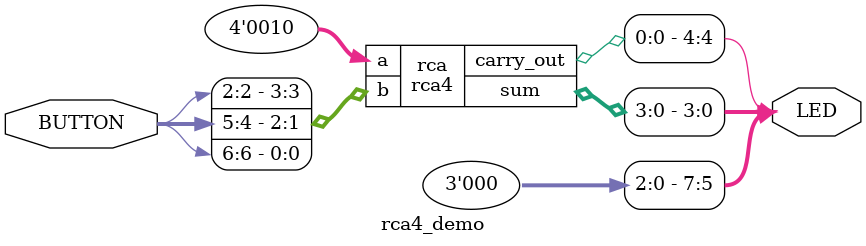
<source format=sv>
`timescale 1ns / 1ns

`default_nettype none

/* A half-adder that adds two 1-bit numbers and produces a 2-bit result (as sum
 * and carry-out) */
module halfadder(input wire  a,
                 input wire  b,
                 output wire s,
                 output wire cout);
   assign s = a ^ b;
   assign cout = a & b;
endmodule

/* A full adder adds three 1-bit numbers (a, b, carry-in) and produces a 2-bit
 * result (as sum and carry-out) */
module fulladder(input wire  cin,
                 input wire  a,
                 input wire  b,
                 output wire s,
                 output wire cout);
   wire s_1, cout_1, s_2, cout_2;
   halfadder h0(.a(a), .b(b), .s(s_1), .cout(cout_1));
   halfadder h1(.a(s_1), .b(cin), .s(s_2), .cout(cout_2));
   assign s = s_2;
   assign cout = (a & b) || (cin & (a ^ b));
endmodule

/* A full adder that adds 2-bit numbers. Builds upon the 1-bit full adder. */
module fulladder2(input wire        cin,
                  input wire  [1:0] a,
                  input wire  [1:0] b,
                  output wire [1:0] s,
                  output wire       cout);
   wire cout_1, cout_2;
   wire [1:0] sum;
   fulladder a0(.cin(cin), .a(a[0]), .b(b[0]), .s(sum[0]), .cout(cout_1));
   fulladder a1(.cin(cout_1), .a(a[1]), .b(b[1]), .s(sum[1]), .cout(cout_2));
   assign s = sum;
   assign cout = cout_2;
endmodule

/* 4-bit ripple-carry adder that adds two 4-bit numbers */
module rca4(input wire [3:0]  a,
            input wire [3:0]  b,
            output wire [3:0] sum,
            output wire       carry_out);
   wire cout_1, cout_2;
   wire [3:0] s;
   fulladder2 a0(.cin(1'b0), .a(a[1:0]), .b(b[1:0]), .s(s[1:0]), .cout(cout_1)); 
   fulladder2 a3(.cin(cout_1), .a(a[3:2]), .b(b[3:2]), .s(s[3:2]), .cout(cout_2));
   assign carry_out = cout_2;
   assign sum = s;
endmodule

/** 
 * Demo module that adds a constant 2 to a 4-bit input taken from the FPGA
 * board's buttons B2,B5,B4,B6. The sum is displayed on the board's LEDs.
 * Note: there are no bugs in this module.
 */
module rca4_demo(input wire  [6:0] BUTTON,
                 output wire [7:0] LED);
   rca4 rca (.a(4'd2), .b({BUTTON[2],BUTTON[5],BUTTON[4],BUTTON[6]}), .sum(LED[3:0]), .carry_out(LED[4]));
   assign LED[7:5] = 3'd0;
endmodule

</source>
